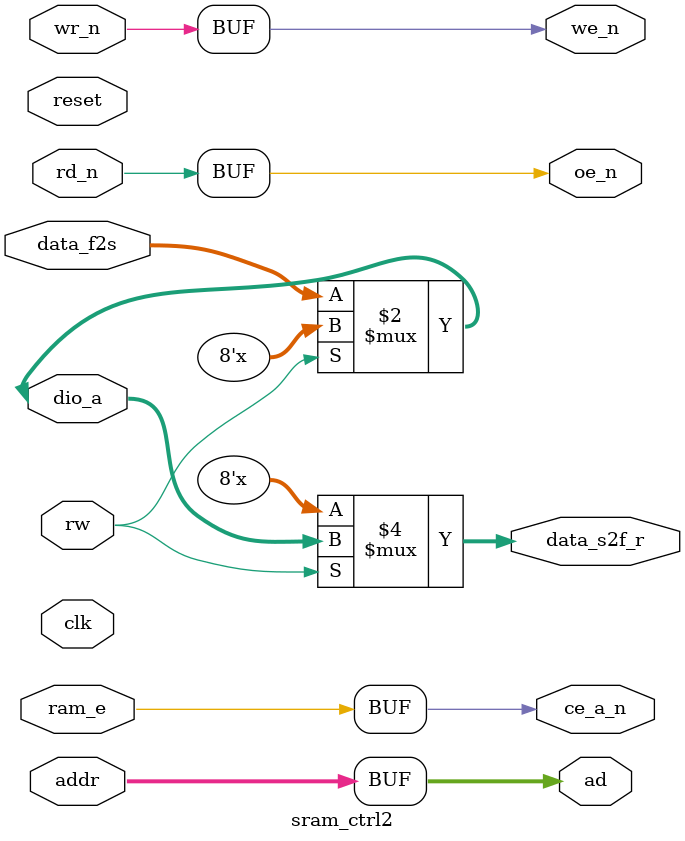
<source format=v>
`timescale 1ns / 1ps


module sram_ctrl2(

  input wire clk,                        //  Clock signal
  input wire reset,                      //  Reset signal

  input wire rw,                         //  With this signal, we select reading or writing operation
  input wire wr_n,
  input wire rd_n,
  input wire [15:0] addr,                //  Address bus
  input wire [7:0] data_f2s,             //  Data to be written in the SRAM
  
  output wire [7:0] data_s2f_r,           //  It is the 8-bit registered data retrieved from the SRAM (the -s2f suffix stands for SRAM to FPGA)
  output wire [15:0] ad,                 //  Address bus
  output wire we_n,                      //  Write enable (active-low)
  output wire oe_n,                      //  Output enable (active-low)

  inout wire [7:0] dio_a,                //  Data bus
  output wire ce_a_n,                     //  Chip enable (active-low). Disables or enables the chip.
  input wire ram_e
  );

  assign ce_a_n = ram_e;
  //assign oe_n = (addr[15] == 0 || (addr >= 16'h9000 && addr < 16'hE000)) ? 1'b0 : 1'b1;
  //assign we_n = rw;
  assign oe_n = rd_n;
  assign we_n = wr_n; 
  assign ad = addr;
  
  assign dio_a = (rw == 1'b1)? 8'hZZ : data_f2s;
  assign data_s2f_r = (rw == 1'b1) ? dio_a : 8'hZZ; 
  
  //always @(posedge clk) begin
    //if (rw == 1'b1)
      //data_s2f_r <= dio_a;
  //end
endmodule
</source>
